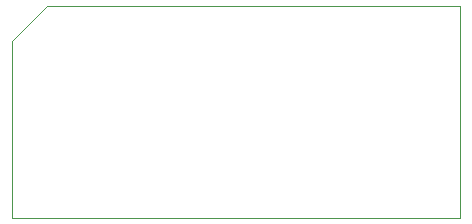
<source format=gm1>
G04 #@! TF.GenerationSoftware,KiCad,Pcbnew,5.1.6+dfsg1-1~bpo9+1*
G04 #@! TF.CreationDate,2022-04-04T20:25:57+02:00*
G04 #@! TF.ProjectId,sdrtrx-pttrelais,73647274-7278-42d7-9074-7472656c6169,rev?*
G04 #@! TF.SameCoordinates,Original*
G04 #@! TF.FileFunction,Profile,NP*
%FSLAX46Y46*%
G04 Gerber Fmt 4.6, Leading zero omitted, Abs format (unit mm)*
G04 Created by KiCad (PCBNEW 5.1.6+dfsg1-1~bpo9+1) date 2022-04-04 20:25:57*
%MOMM*%
%LPD*%
G01*
G04 APERTURE LIST*
G04 #@! TA.AperFunction,Profile*
%ADD10C,0.050000*%
G04 #@! TD*
G04 APERTURE END LIST*
D10*
X100000000Y-80000000D02*
X103000000Y-77000000D01*
X138000000Y-95000000D02*
X138000000Y-77000000D01*
X100000000Y-95000000D02*
X138000000Y-95000000D01*
X100000000Y-80000000D02*
X100000000Y-95000000D01*
X103000000Y-77000000D02*
X138000000Y-77000000D01*
M02*

</source>
